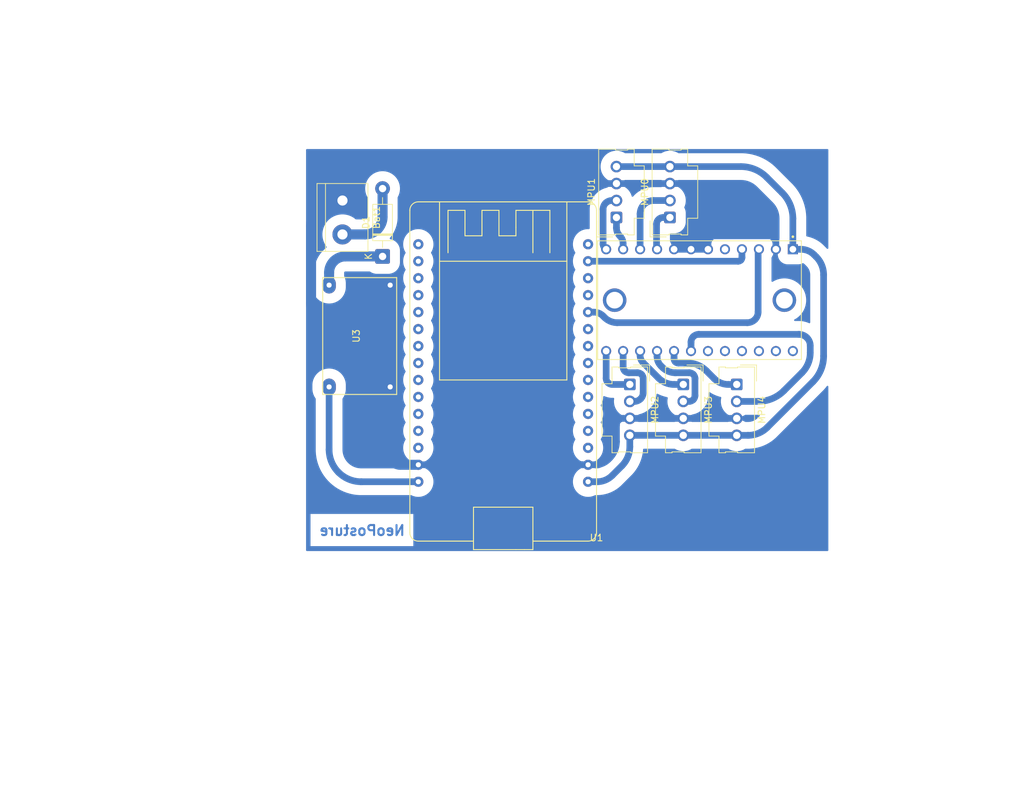
<source format=kicad_pcb>
(kicad_pcb (version 20241229) (generator "pcbnew") (generator_version "9.0")
  (layers (0 "F.Cu" signal) (2 "B.Cu" signal) (13 "F.Paste" user) (15 "B.Paste" user) (5 "F.SilkS" user "F.Silkscreen") (7 "B.SilkS" user "B.Silkscreen") (1 "F.Mask" user) (3 "B.Mask" user) (25 "Edge.Cuts" user))
  (net 0 "")
  (net 1 "GND")
  (net 2 "Net-(Bat1-Pin_2)")
  (net 3 "Net-(D1-K)")
  (net 4 "SDA0")
  (net 5 "+3.3V")
  (net 6 "SCL0")
  (net 7 "SDA1")
  (net 8 "SCL1")
  (net 9 "SCL2")
  (net 10 "SDA2")
  (net 11 "SCL3")
  (net 12 "SDA3")
  (net 13 "SDA4")
  (net 14 "SCL4")
  (net 19 "21_SDA")
  (net 22 "Vin")
  (net 23 "22_SCL")
  (footprint "TerminalBlock:TerminalBlock_bornier-2_P5.08mm" (layer "F.Cu") (at 81 53.46 -90)
    (property "Reference" "Bat1" (at 2.54 -5.08 90) (layer "F.SilkS"))
    (property "Value" "Screw_Terminal_01x02")
    (fp_line (start -2.54 3.81) (end 7.62 3.81) (stroke (width 0.12)) (layer "F.SilkS"))
    (fp_line (start 7.62 3.81) (end 7.62 -3.81) (stroke (width 0.12)) (layer "F.SilkS"))
    (fp_line (start 7.62 2.54) (end -2.54 2.54) (stroke (width 0.12)) (layer "F.SilkS"))
    (fp_line (start -2.54 -3.81) (end -2.54 3.81) (stroke (width 0.12)) (layer "F.SilkS"))
    (fp_line (start 7.62 -3.81) (end -2.54 -3.81) (stroke (width 0.12)) (layer "F.SilkS"))
    (pad "1" thru_hole rect (at 0 0 270) (size 3 3) (drill 1.52) (layers "*.Cu" "*.Mask") (net 1 "GND"))
    (pad "2" thru_hole circle (at 5.08 0 270) (size 3 3) (drill 1.52) (layers "*.Cu" "*.Mask") (net 2 "Net-(Bat1-Pin_2)"))
  )
  (footprint "Connector_Molex:Molex_SL_171971-0004_1x04_P2.54mm_Vertical" (layer "F.Cu") (at 122 56 90)
    (property "Reference" "MPU1" (at 3.81 -3.75 90) (layer "F.SilkS"))
    (property "Value" "Conn_01x04_Pin")
    (fp_line (start -2.91 -2.96) (end -0.5 -2.96) (stroke (width 0.12)) (layer "F.SilkS"))
    (fp_line (start 10.23 -2.66) (end -2.61 -2.66) (stroke (width 0.12)) (layer "F.SilkS"))
    (fp_line (start -2.61 -2.66) (end -2.61 -0.13) (stroke (width 0.12)) (layer "F.SilkS"))
    (fp_line (start -2.91 -0.55) (end -2.91 -2.96) (stroke (width 0.12)) (layer "F.SilkS"))
    (fp_line (start 10.23 -0.13) (end 10.23 -2.66) (stroke (width 0.12)) (layer "F.SilkS"))
    (fp_line (start 10.1 -0.13) (end 10.23 -0.13) (stroke (width 0.12)) (layer "F.SilkS"))
    (fp_line (start -2.48 -0.13) (end -2.48 1.68) (stroke (width 0.12)) (layer "F.SilkS"))
    (fp_line (start -2.61 -0.13) (end -2.48 -0.13) (stroke (width 0.12)) (layer "F.SilkS"))
    (fp_line (start 10.23 1.68) (end 10.1 1.68) (stroke (width 0.12)) (layer "F.SilkS"))
    (fp_line (start 10.1 1.68) (end 10.1 -0.13) (stroke (width 0.12)) (layer "F.SilkS"))
    (fp_line (start -2.48 1.68) (end -2.61 1.68) (stroke (width 0.12)) (layer "F.SilkS"))
    (fp_line (start -2.61 1.68) (end -2.61 2.66) (stroke (width 0.12)) (layer "F.SilkS"))
    (fp_line (start 10.23 2.66) (end 10.23 1.68) (stroke (width 0.12)) (layer "F.SilkS"))
    (fp_line (start 7.73 2.66) (end 10.23 2.66) (stroke (width 0.12)) (layer "F.SilkS"))
    (fp_line (start -0.11 2.66) (end -0.11 4.16) (stroke (width 0.12)) (layer "F.SilkS"))
    (fp_line (start -2.61 2.66) (end -0.11 2.66) (stroke (width 0.12)) (layer "F.SilkS"))
    (fp_line (start 7.73 4.16) (end 7.73 2.66) (stroke (width 0.12)) (layer "F.SilkS"))
    (fp_line (start -0.11 4.16) (end 7.73 4.16) (stroke (width 0.12)) (layer "F.SilkS"))
    (pad "1" thru_hole roundrect (at 0 0 90) (size 1.74 1.74) (drill 1.09) (layers "*.Cu" "*.Mask") (roundrect_rratio 0.143678) (net 7 "SDA1"))
    (pad "2" thru_hole circle (at 2.54 0 90) (size 1.74 1.74) (drill 1.09) (layers "*.Cu" "*.Mask") (net 8 "SCL1"))
    (pad "3" thru_hole circle (at 5.08 0 90) (size 1.74 1.74) (drill 1.09) (layers "*.Cu" "*.Mask") (net 1 "GND"))
    (pad "4" thru_hole circle (at 7.62 0 90) (size 1.74 1.74) (drill 1.09) (layers "*.Cu" "*.Mask") (net 5 "+3.3V"))
  )
  (footprint "Connector_Molex:Molex_SL_171971-0004_1x04_P2.54mm_Vertical" (layer "F.Cu") (at 132 81 -90)
    (property "Reference" "MPU3" (at 3.81 -3.75 90) (layer "F.SilkS"))
    (property "Value" "Conn_01x04_Pin")
    (fp_line (start -0.11 4.16) (end 7.73 4.16) (stroke (width 0.12)) (layer "F.SilkS"))
    (fp_line (start 7.73 4.16) (end 7.73 2.66) (stroke (width 0.12)) (layer "F.SilkS"))
    (fp_line (start -2.61 2.66) (end -0.11 2.66) (stroke (width 0.12)) (layer "F.SilkS"))
    (fp_line (start -0.11 2.66) (end -0.11 4.16) (stroke (width 0.12)) (layer "F.SilkS"))
    (fp_line (start 7.73 2.66) (end 10.23 2.66) (stroke (width 0.12)) (layer "F.SilkS"))
    (fp_line (start 10.23 2.66) (end 10.23 1.68) (stroke (width 0.12)) (layer "F.SilkS"))
    (fp_line (start -2.61 1.68) (end -2.61 2.66) (stroke (width 0.12)) (layer "F.SilkS"))
    (fp_line (start -2.48 1.68) (end -2.61 1.68) (stroke (width 0.12)) (layer "F.SilkS"))
    (fp_line (start 10.1 1.68) (end 10.1 -0.13) (stroke (width 0.12)) (layer "F.SilkS"))
    (fp_line (start 10.23 1.68) (end 10.1 1.68) (stroke (width 0.12)) (layer "F.SilkS"))
    (fp_line (start -2.61 -0.13) (end -2.48 -0.13) (stroke (width 0.12)) (layer "F.SilkS"))
    (fp_line (start -2.48 -0.13) (end -2.48 1.68) (stroke (width 0.12)) (layer "F.SilkS"))
    (fp_line (start 10.1 -0.13) (end 10.23 -0.13) (stroke (width 0.12)) (layer "F.SilkS"))
    (fp_line (start 10.23 -0.13) (end 10.23 -2.66) (stroke (width 0.12)) (layer "F.SilkS"))
    (fp_line (start -2.91 -0.55) (end -2.91 -2.96) (stroke (width 0.12)) (layer "F.SilkS"))
    (fp_line (start -2.61 -2.66) (end -2.61 -0.13) (stroke (width 0.12)) (layer "F.SilkS"))
    (fp_line (start 10.23 -2.66) (end -2.61 -2.66) (stroke (width 0.12)) (layer "F.SilkS"))
    (fp_line (start -2.91 -2.96) (end -0.5 -2.96) (stroke (width 0.12)) (layer "F.SilkS"))
    (pad "1" thru_hole roundrect (at 0 0 270) (size 1.74 1.74) (drill 1.09) (layers "*.Cu" "*.Mask") (roundrect_rratio 0.143678) (net 12 "SDA3"))
    (pad "2" thru_hole circle (at 2.54 0 270) (size 1.74 1.74) (drill 1.09) (layers "*.Cu" "*.Mask") (net 11 "SCL3"))
    (pad "3" thru_hole circle (at 5.08 0 270) (size 1.74 1.74) (drill 1.09) (layers "*.Cu" "*.Mask") (net 1 "GND"))
    (pad "4" thru_hole circle (at 7.62 0 270) (size 1.74 1.74) (drill 1.09) (layers "*.Cu" "*.Mask") (net 5 "+3.3V"))
  )
  (footprint "DOIT_ESP32:DOIT_ESP32_Devkit" (layer "F.Cu") (at 119.02 104.46 180)
    (property "Reference" "U1" (at 0 0.5 0) (layer "F.SilkS"))
    (property "Value" "ESP32-Devkit-V1")
    (fp_line (start 27.94 1.27) (end 27.94 49.53) (stroke (width 0.15)) (layer "F.SilkS"))
    (fp_line (start 23.495 41.91) (end 4.445 41.91) (stroke (width 0.15)) (layer "F.SilkS"))
    (fp_line (start 23.495 24.13) (end 23.495 50.8) (stroke (width 0.15)) (layer "F.SilkS"))
    (fp_line (start 22.225 49.53) (end 22.225 43.18) (stroke (width 0.15)) (layer "F.SilkS"))
    (fp_line (start 19.685 49.53) (end 22.225 49.53) (stroke (width 0.15)) (layer "F.SilkS"))
    (fp_line (start 19.685 48.26) (end 19.685 49.53) (stroke (width 0.15)) (layer "F.SilkS"))
    (fp_line (start 19.685 45.72) (end 19.685 48.26) (stroke (width 0.15)) (layer "F.SilkS"))
    (fp_line (start 18.415 5.08) (end 10.795 5.08) (stroke (width 0.15)) (layer "F.SilkS"))
    (fp_line (start 18.415 3.81) (end 18.415 5.08) (stroke (width 0.15)) (layer "F.SilkS"))
    (fp_line (start 18.415 3.81) (end 18.415 2.54) (stroke (width 0.15)) (layer "F.SilkS"))
    (fp_line (start 18.415 0) (end 26.67 0) (stroke (width 0.15)) (layer "F.SilkS"))
    (fp_line (start 18.415 -1.27) (end 18.415 2.54) (stroke (width 0.15)) (layer "F.SilkS"))
    (fp_line (start 17.145 49.53) (end 17.145 45.72) (stroke (width 0.15)) (layer "F.SilkS"))
    (fp_line (start 17.145 45.72) (end 19.685 45.72) (stroke (width 0.15)) (layer "F.SilkS"))
    (fp_line (start 14.605 49.53) (end 17.145 49.53) (stroke (width 0.15)) (layer "F.SilkS"))
    (fp_line (start 14.605 45.72) (end 14.605 49.53) (stroke (width 0.15)) (layer "F.SilkS"))
    (fp_line (start 12.065 49.53) (end 12.065 46.99) (stroke (width 0.15)) (layer "F.SilkS"))
    (fp_line (start 12.065 46.99) (end 12.065 45.72) (stroke (width 0.15)) (layer "F.SilkS"))
    (fp_line (start 12.065 45.72) (end 14.605 45.72) (stroke (width 0.15)) (layer "F.SilkS"))
    (fp_line (start 12.065 -1.27) (end 18.415 -1.27) (stroke (width 0.15)) (layer "F.SilkS"))
    (fp_line (start 12.065 -1.27) (end 10.795 -1.27) (stroke (width 0.15)) (layer "F.SilkS"))
    (fp_line (start 10.795 -1.27) (end 9.525 -1.27) (stroke (width 0.15)) (layer "F.SilkS"))
    (fp_line (start 9.525 49.53) (end 12.065 49.53) (stroke (width 0.15)) (layer "F.SilkS"))
    (fp_line (start 9.525 49.53) (end 9.525 43.18) (stroke (width 0.15)) (layer "F.SilkS"))
    (fp_line (start 9.525 5.08) (end 10.795 5.08) (stroke (width 0.15)) (layer "F.SilkS"))
    (fp_line (start 9.525 0) (end 1.27 0) (stroke (width 0.15)) (layer "F.SilkS"))
    (fp_line (start 9.525 -1.27) (end 9.525 5.08) (stroke (width 0.15)) (layer "F.SilkS"))
    (fp_line (start 6.985 49.53) (end 9.525 49.53) (stroke (width 0.15)) (layer "F.SilkS"))
    (fp_line (start 6.985 43.18) (end 6.985 49.53) (stroke (width 0.15)) (layer "F.SilkS"))
    (fp_line (start 4.445 50.8) (end 4.445 24.13) (stroke (width 0.15)) (layer "F.SilkS"))
    (fp_line (start 4.445 24.13) (end 23.495 24.13) (stroke (width 0.15)) (layer "F.SilkS"))
    (fp_line (start 1.27 50.8) (end 26.67 50.8) (stroke (width 0.15)) (layer "F.SilkS"))
    (fp_line (start 0 49.53) (end 0 1.27) (stroke (width 0.15)) (layer "F.SilkS"))
    (fp_arc (start 27.94 49.53) (mid 27.568026 50.428026) (end 26.67 50.8) (stroke (width 0.15)) (layer "F.SilkS"))
    (fp_arc (start 26.67 0) (mid 27.568026 0.371974) (end 27.94 1.27) (stroke (width 0.15)) (layer "F.SilkS"))
    (fp_arc (start 1.27 50.8) (mid 0.371974 50.428026) (end 0 49.53) (stroke (width 0.15)) (layer "F.SilkS"))
    (fp_arc (start 0 1.27) (mid 0.371974 0.371974) (end 1.27 0) (stroke (width 0.15)) (layer "F.SilkS"))
    (pad "1" thru_hole circle (at 26.67 8.89 180) (size 1.524 1.524) (drill 0.762) (layers "*.Cu" "*.Mask") (net 22 "Vin"))
    (pad "2" thru_hole circle (at 26.67 11.43 180) (size 1.524 1.524) (drill 0.762) (layers "*.Cu" "*.Mask") (net 1 "GND"))
    (pad "3" thru_hole circle (at 26.67 13.97 180) (size 1.524 1.524) (drill 0.762) (layers "*.Cu" "*.Mask"))
    (pad "4" thru_hole circle (at 26.67 16.51 180) (size 1.524 1.524) (drill 0.762) (layers "*.Cu" "*.Mask"))
    (pad "5" thru_hole circle (at 26.67 19.05 180) (size 1.524 1.524) (drill 0.762) (layers "*.Cu" "*.Mask"))
    (pad "6" thru_hole circle (at 26.67 21.59 180) (size 1.524 1.524) (drill 0.762) (layers "*.Cu" "*.Mask"))
    (pad "7" thru_hole circle (at 26.67 24.13 180) (size 1.524 1.524) (drill 0.762) (layers "*.Cu" "*.Mask"))
    (pad "8" thru_hole circle (at 26.67 26.67 180) (size 1.524 1.524) (drill 0.762) (layers "*.Cu" "*.Mask"))
    (pad "9" thru_hole circle (at 26.67 29.21 180) (size 1.524 1.524) (drill 0.762) (layers "*.Cu" "*.Mask"))
    (pad "10" thru_hole circle (at 26.67 31.75 180) (size 1.524 1.524) (drill 0.762) (layers "*.Cu" "*.Mask"))
    (pad "11" thru_hole circle (at 26.67 34.29 180) (size 1.524 1.524) (drill 0.762) (layers "*.Cu" "*.Mask"))
    (pad "12" thru_hole circle (at 26.67 36.83 180) (size 1.524 1.524) (drill 0.762) (layers "*.Cu" "*.Mask"))
    (pad "13" thru_hole circle (at 26.67 39.37 180) (size 1.524 1.524) (drill 0.762) (layers "*.Cu" "*.Mask"))
    (pad "14" thru_hole circle (at 26.67 41.91 180) (size 1.524 1.524) (drill 0.762) (layers "*.Cu" "*.Mask"))
    (pad "15" thru_hole circle (at 26.67 44.45 180) (size 1.524 1.524) (drill 0.762) (layers "*.Cu" "*.Mask"))
    (pad "16" thru_hole circle (at 1.27 44.45 180) (size 1.524 1.524) (drill 0.762) (layers "*.Cu" "*.Mask"))
    (pad "17" thru_hole circle (at 1.27 41.91 180) (size 1.524 1.524) (drill 0.762) (layers "*.Cu" "*.Mask") (net 23 "22_SCL"))
    (pad "18" thru_hole circle (at 1.27 39.37 180) (size 1.524 1.524) (drill 0.762) (layers "*.Cu" "*.Mask"))
    (pad "19" thru_hole circle (at 1.27 36.83 180) (size 1.524 1.524) (drill 0.762) (layers "*.Cu" "*.Mask"))
    (pad "20" thru_hole circle (at 1.27 34.29 180) (size 1.524 1.524) (drill 0.762) (layers "*.Cu" "*.Mask") (net 19 "21_SDA"))
    (pad "21" thru_hole circle (at 1.27 31.75 180) (size 1.524 1.524) (drill 0.762) (layers "*.Cu" "*.Mask"))
    (pad "22" thru_hole circle (at 1.27 29.21 180) (size 1.524 1.524) (drill 0.762) (layers "*.Cu" "*.Mask"))
    (pad "23" thru_hole circle (at 1.27 26.67 180) (size 1.524 1.524) (drill 0.762) (layers "*.Cu" "*.Mask"))
    (pad "24" thru_hole circle (at 1.27 24.13 180) (size 1.524 1.524) (drill 0.762) (layers "*.Cu" "*.Mask"))
    (pad "25" thru_hole circle (at 1.27 21.59 180) (size 1.524 1.524) (drill 0.762) (layers "*.Cu" "*.Mask"))
    (pad "26" thru_hole circle (at 1.27 19.05 180) (size 1.524 1.524) (drill 0.762) (layers "*.Cu" "*.Mask"))
    (pad "27" thru_hole circle (at 1.27 16.51 180) (size 1.524 1.524) (drill 0.762) (layers "*.Cu" "*.Mask"))
    (pad "28" thru_hole circle (at 1.27 13.97 180) (size 1.524 1.524) (drill 0.762) (layers "*.Cu" "*.Mask"))
    (pad "29" thru_hole circle (at 1.27 11.43 180) (size 1.524 1.524) (drill 0.762) (layers "*.Cu" "*.Mask") (net 1 "GND"))
    (pad "30" thru_hole circle (at 1.27 8.89 180) (size 1.524 1.524) (drill 0.762) (layers "*.Cu" "*.Mask") (net 5 "+3.3V"))
  )
  (footprint "Diode_THT:D_DO-41_SOD81_P10.16mm_Horizontal" (layer "F.Cu") (at 87 61.83 90)
    (property "Reference" "D1" (at 5.08 -2.47 90) (layer "F.SilkS"))
    (property "Value" "1N4007")
    (fp_line (start 3.38 -1.47) (end 3.38 1.47) (stroke (width 0.12)) (layer "F.SilkS"))
    (fp_line (start 3.26 -1.47) (end 3.26 1.47) (stroke (width 0.12)) (layer "F.SilkS"))
    (fp_line (start 3.14 -1.47) (end 3.14 1.47) (stroke (width 0.12)) (layer "F.SilkS"))
    (fp_line (start 8.82 0) (end 7.8 0) (stroke (width 0.12)) (layer "F.SilkS"))
    (fp_line (start 1.34 0) (end 2.36 0) (stroke (width 0.12)) (layer "F.SilkS"))
    (fp_rect (start 2.36 -1.47) (end 7.8 1.47) (stroke (width 0.12)) (fill no) (layer "F.SilkS"))
    (fp_text user "K" (at 0 -2.1 90) (layer "F.SilkS"))
    (pad "1" thru_hole roundrect (at 0 0 90) (size 2.2 2.2) (drill 1.1) (layers "*.Cu" "*.Mask") (roundrect_rratio 0.113636) (net 3 "Net-(D1-K)"))
    (pad "2" thru_hole circle (at 10.16 0 90) (size 2.2 2.2) (drill 1.1) (layers "*.Cu" "*.Mask") (net 2 "Net-(Bat1-Pin_2)"))
  )
  (footprint "2717:MODULE_2717" (layer "F.Cu") (at 134.43 68.38 -90)
    (property "Reference" "U2" (hide yes))
    (property "Value" "2717")
    (fp_line (start -8.89 15.24) (end -8.89 -15.24) (stroke (width 0.127)) (layer "F.SilkS"))
    (fp_line (start 8.89 15.24) (end -8.89 15.24) (stroke (width 0.127)) (layer "F.SilkS"))
    (fp_line (start -8.89 -15.24) (end 8.89 -15.24) (stroke (width 0.127)) (layer "F.SilkS"))
    (fp_line (start 8.89 -15.24) (end 8.89 15.24) (stroke (width 0.127)) (layer "F.SilkS"))
    (fp_circle (center -9.5 -13.97) (end -9.4 -13.97) (stroke (width 0.2)) (fill no) (layer "F.SilkS"))
    (pad "1" thru_hole rect (at -7.62 -13.97 270) (size 1.508 1.508) (drill 1) (layers "*.Cu" "*.Mask") (net 5 "+3.3V"))
    (pad "2" thru_hole circle (at -7.62 -11.43 270) (size 1.508 1.508) (drill 1) (layers "*.Cu" "*.Mask") (net 1 "GND"))
    (pad "3" thru_hole circle (at -7.62 -8.89 270) (size 1.508 1.508) (drill 1) (layers "*.Cu" "*.Mask") (net 19 "21_SDA"))
    (pad "4" thru_hole circle (at -7.62 -6.35 270) (size 1.508 1.508) (drill 1) (layers "*.Cu" "*.Mask") (net 23 "22_SCL"))
    (pad "5" thru_hole circle (at -7.62 -3.81 270) (size 1.508 1.508) (drill 1) (layers "*.Cu" "*.Mask"))
    (pad "6" thru_hole circle (at -7.62 -1.27 270) (size 1.508 1.508) (drill 1) (layers "*.Cu" "*.Mask") (net 1 "GND"))
    (pad "7" thru_hole circle (at -7.62 1.27 270) (size 1.508 1.508) (drill 1) (layers "*.Cu" "*.Mask") (net 1 "GND"))
    (pad "8" thru_hole circle (at -7.62 3.81 270) (size 1.508 1.508) (drill 1) (layers "*.Cu" "*.Mask") (net 1 "GND"))
    (pad "9" thru_hole circle (at -7.62 6.35 270) (size 1.508 1.508) (drill 1) (layers "*.Cu" "*.Mask") (net 4 "SDA0"))
    (pad "10" thru_hole circle (at -7.62 8.89 270) (size 1.508 1.508) (drill 1) (layers "*.Cu" "*.Mask") (net 6 "SCL0"))
    (pad "11" thru_hole circle (at -7.62 11.43 270) (size 1.508 1.508) (drill 1) (layers "*.Cu" "*.Mask") (net 7 "SDA1"))
    (pad "12" thru_hole circle (at -7.62 13.97 270) (size 1.508 1.508) (drill 1) (layers "*.Cu" "*.Mask") (net 8 "SCL1"))
    (pad "13" thru_hole circle (at 7.62 13.97 270) (size 1.508 1.508) (drill 1) (layers "*.Cu" "*.Mask") (net 10 "SDA2"))
    (pad "14" thru_hole circle (at 7.62 11.43 270) (size 1.508 1.508) (drill 1) (layers "*.Cu" "*.Mask") (net 9 "SCL2"))
    (pad "15" thru_hole circle (at 7.62 8.89 270) (size 1.508 1.508) (drill 1) (layers "*.Cu" "*.Mask") (net 12 "SDA3"))
    (pad "16" thru_hole circle (at 7.62 6.35 270) (size 1.508 1.508) (drill 1) (layers "*.Cu" "*.Mask") (net 11 "SCL3"))
    (pad "17" thru_hole circle (at 7.62 3.81 270) (size 1.508 1.508) (drill 1) (layers "*.Cu" "*.Mask") (net 13 "SDA4"))
    (pad "18" thru_hole circle (at 7.62 1.27 270) (size 1.508 1.508) (drill 1) (layers "*.Cu" "*.Mask") (net 14 "SCL4"))
    (pad "19" thru_hole circle (at 7.62 -1.27 270) (size 1.508 1.508) (drill 1) (layers "*.Cu" "*.Mask"))
    (pad "20" thru_hole circle (at 7.62 -3.81 270) (size 1.508 1.508) (drill 1) (layers "*.Cu" "*.Mask"))
    (pad "21" thru_hole circle (at 7.62 -6.35 270) (size 1.508 1.508) (drill 1) (layers "*.Cu" "*.Mask"))
    (pad "22" thru_hole circle (at 7.62 -8.89 270) (size 1.508 1.508) (drill 1) (layers "*.Cu" "*.Mask"))
    (pad "23" thru_hole circle (at 7.62 -11.43 270) (size 1.508 1.508) (drill 1) (layers "*.Cu" "*.Mask"))
    (pad "24" thru_hole circle (at 7.62 -13.97 270) (size 1.508 1.508) (drill 1) (layers "*.Cu" "*.Mask"))
    (pad "P1" thru_hole circle (at 0 -12.7 270) (size 3.516 3.516) (drill 2.5) (layers "*.Cu" "*.Mask"))
    (pad "P2" thru_hole circle (at 0 12.7 270) (size 3.516 3.516) (drill 2.5) (layers "*.Cu" "*.Mask"))
    (zone (net 0) (net_name "") (layer "B.Cu") (connect_pads (clearance 0)) (min_thickness 2.032)
      (keepout (tracks not_allowed) (vias not_allowed) (pads not_allowed) (copperpour not_allowed) (footprints allowed))
      (fill (thermal_gap 0.508) (thermal_bridge_width 0.508))
      (polygon (pts (xy 121.73 70.396) (xy 121.532397 70.386292) (xy 121.336698 70.357263) (xy 121.144786 70.309192) (xy 120.95851 70.242541) (xy 120.779664 70.157953) (xy 120.60997 70.056243) (xy 120.451063 69.938389) (xy 120.304473 69.805527) (xy 120.171611 69.658937) (xy 120.053757 69.50003) (xy 119.952047 69.330336) (xy 119.867459 69.15149) (xy 119.800808 68.965214) (xy 119.752737 68.773302) (xy 119.723708 68.577603) (xy 119.714 68.38) (xy 119.723708 68.182397) (xy 119.752737 67.986698) (xy 119.800808 67.794786) (xy 119.867459 67.60851) (xy 119.952047 67.429664) (xy 120.053757 67.25997) (xy 120.171611 67.101063) (xy 120.304473 66.954473) (xy 120.451063 66.821611) (xy 120.60997 66.703757) (xy 120.779664 66.602047) (xy 120.95851 66.517459) (xy 121.144786 66.450808) (xy 121.336698 66.402737) (xy 121.532397 66.373708) (xy 121.73 66.364) (xy 121.927603 66.373708) (xy 122.123302 66.402737) (xy 122.315214 66.450808) (xy 122.50149 66.517459) (xy 122.680336 66.602047) (xy 122.85003 66.703757) (xy 123.008937 66.821611) (xy 123.155527 66.954473) (xy 123.288389 67.101063) (xy 123.406243 67.25997) (xy 123.507953 67.429664) (xy 123.592541 67.60851) (xy 123.659192 67.794786) (xy 123.707263 67.986698) (xy 123.736292 68.182397) (xy 123.746 68.38) (xy 123.736292 68.577603) (xy 123.707263 68.773302) (xy 123.659192 68.965214) (xy 123.592541 69.15149) (xy 123.507953 69.330336) (xy 123.406243 69.50003) (xy 123.288389 69.658937) (xy 123.155527 69.805527) (xy 123.008937 69.938389) (xy 122.85003 70.056243) (xy 122.680336 70.157953) (xy 122.50149 70.242541) (xy 122.315214 70.309192) (xy 122.123302 70.357263) (xy 121.927603 70.386292)))
    )
    (zone (net 0) (net_name "") (layer "B.Cu") (connect_pads (clearance 0)) (min_thickness 2.032)
      (keepout (tracks not_allowed) (vias not_allowed) (pads not_allowed) (copperpour not_allowed) (footprints allowed))
      (fill (thermal_gap 0.508) (thermal_bridge_width 0.508))
      (polygon (pts (xy 147.13 70.396) (xy 146.932397 70.386292) (xy 146.736698 70.357263) (xy 146.544786 70.309192) (xy 146.35851 70.242541) (xy 146.179664 70.157953) (xy 146.00997 70.056243) (xy 145.851063 69.938389) (xy 145.704473 69.805527) (xy 145.571611 69.658937) (xy 145.453757 69.50003) (xy 145.352047 69.330336) (xy 145.267459 69.15149) (xy 145.200808 68.965214) (xy 145.152737 68.773302) (xy 145.123708 68.577603) (xy 145.114 68.38) (xy 145.123708 68.182397) (xy 145.152737 67.986698) (xy 145.200808 67.794786) (xy 145.267459 67.60851) (xy 145.352047 67.429664) (xy 145.453757 67.25997) (xy 145.571611 67.101063) (xy 145.704473 66.954473) (xy 145.851063 66.821611) (xy 146.00997 66.703757) (xy 146.179664 66.602047) (xy 146.35851 66.517459) (xy 146.544786 66.450808) (xy 146.736698 66.402737) (xy 146.932397 66.373708) (xy 147.13 66.364) (xy 147.327603 66.373708) (xy 147.523302 66.402737) (xy 147.715214 66.450808) (xy 147.90149 66.517459) (xy 148.080336 66.602047) (xy 148.25003 66.703757) (xy 148.408937 66.821611) (xy 148.555527 66.954473) (xy 148.688389 67.101063) (xy 148.806243 67.25997) (xy 148.907953 67.429664) (xy 148.992541 67.60851) (xy 149.059192 67.794786) (xy 149.107263 67.986698) (xy 149.136292 68.182397) (xy 149.146 68.38) (xy 149.136292 68.577603) (xy 149.107263 68.773302) (xy 149.059192 68.965214) (xy 148.992541 69.15149) (xy 148.907953 69.330336) (xy 148.806243 69.50003) (xy 148.688389 69.658937) (xy 148.555527 69.805527) (xy 148.408937 69.938389) (xy 148.25003 70.056243) (xy 148.080336 70.157953) (xy 147.90149 70.242541) (xy 147.715214 70.309192) (xy 147.523302 70.357263) (xy 147.327603 70.386292)))
    )
  )
  (footprint "Mini360_step-down:Mini360_step-down" (layer "F.Cu") (at 83.57 73.75 -90)
    (property "Reference" "U3" (at 0 0.5 90) (layer "F.SilkS"))
    (property "Value" "Mini360")
    (fp_line (start 8.75 5.53) (end -8.75 5.53) (stroke (width 0.15)) (layer "F.SilkS"))
    (fp_line (start 8.75 5.53) (end 8.75 -5.54) (stroke (width 0.15)) (layer "F.SilkS"))
    (fp_line (start -8.75 -5.54) (end -8.75 5.53) (stroke (width 0.15)) (layer "F.SilkS"))
    (fp_line (start -8.75 -5.54) (end 8.75 -5.54) (stroke (width 0.15)) (layer "F.SilkS"))
    (pad "1" thru_hole oval (at -7.62 -4.57 270) (size 2.5 2) (drill 0.762) (layers "*.Cu" "*.Mask") (net 1 "GND"))
    (pad "2" thru_hole oval (at -7.62 4.57 270) (size 2.5 2) (drill 0.762) (layers "*.Cu" "*.Mask") (net 3 "Net-(D1-K)"))
    (pad "3" thru_hole oval (at 7.62 -4.57 270) (size 2.5 2) (drill 0.762) (layers "*.Cu" "*.Mask") (net 1 "GND"))
    (pad "4" thru_hole oval (at 7.62 4.57 270) (size 2.5 2) (drill 0.762) (layers "*.Cu" "*.Mask") (net 22 "Vin"))
  )
  (footprint "Connector_Molex:Molex_SL_171971-0004_1x04_P2.54mm_Vertical" (layer "F.Cu") (at 124 81 -90)
    (property "Reference" "MPU2" (at 3.81 -3.75 90) (layer "F.SilkS"))
    (property "Value" "Conn_01x04_Pin")
    (fp_line (start -0.11 4.16) (end 7.73 4.16) (stroke (width 0.12)) (layer "F.SilkS"))
    (fp_line (start 7.73 4.16) (end 7.73 2.66) (stroke (width 0.12)) (layer "F.SilkS"))
    (fp_line (start -2.61 2.66) (end -0.11 2.66) (stroke (width 0.12)) (layer "F.SilkS"))
    (fp_line (start -0.11 2.66) (end -0.11 4.16) (stroke (width 0.12)) (layer "F.SilkS"))
    (fp_line (start 7.73 2.66) (end 10.23 2.66) (stroke (width 0.12)) (layer "F.SilkS"))
    (fp_line (start 10.23 2.66) (end 10.23 1.68) (stroke (width 0.12)) (layer "F.SilkS"))
    (fp_line (start -2.61 1.68) (end -2.61 2.66) (stroke (width 0.12)) (layer "F.SilkS"))
    (fp_line (start -2.48 1.68) (end -2.61 1.68) (stroke (width 0.12)) (layer "F.SilkS"))
    (fp_line (start 10.1 1.68) (end 10.1 -0.13) (stroke (width 0.12)) (layer "F.SilkS"))
    (fp_line (start 10.23 1.68) (end 10.1 1.68) (stroke (width 0.12)) (layer "F.SilkS"))
    (fp_line (start -2.61 -0.13) (end -2.48 -0.13) (stroke (width 0.12)) (layer "F.SilkS"))
    (fp_line (start -2.48 -0.13) (end -2.48 1.68) (stroke (width 0.12)) (layer "F.SilkS"))
    (fp_line (start 10.1 -0.13) (end 10.23 -0.13) (stroke (width 0.12)) (layer "F.SilkS"))
    (fp_line (start 10.23 -0.13) (end 10.23 -2.66) (stroke (width 0.12)) (layer "F.SilkS"))
    (fp_line (start -2.91 -0.55) (end -2.91 -2.96) (stroke (width 0.12)) (layer "F.SilkS"))
    (fp_line (start -2.61 -2.66) (end -2.61 -0.13) (stroke (width 0.12)) (layer "F.SilkS"))
    (fp_line (start 10.23 -2.66) (end -2.61 -2.66) (stroke (width 0.12)) (layer "F.SilkS"))
    (fp_line (start -2.91 -2.96) (end -0.5 -2.96) (stroke (width 0.12)) (layer "F.SilkS"))
    (pad "1" thru_hole roundrect (at 0 0 270) (size 1.74 1.74) (drill 1.09) (layers "*.Cu" "*.Mask") (roundrect_rratio 0.143678) (net 10 "SDA2"))
    (pad "2" thru_hole circle (at 2.54 0 270) (size 1.74 1.74) (drill 1.09) (layers "*.Cu" "*.Mask") (net 9 "SCL2"))
    (pad "3" thru_hole circle (at 5.08 0 270) (size 1.74 1.74) (drill 1.09) (layers "*.Cu" "*.Mask") (net 1 "GND"))
    (pad "4" thru_hole circle (at 7.62 0 270) (size 1.74 1.74) (drill 1.09) (layers "*.Cu" "*.Mask") (net 5 "+3.3V"))
  )
  (footprint "Connector_Molex:Molex_SL_171971-0004_1x04_P2.54mm_Vertical" (layer "F.Cu") (at 140 81 -90)
    (property "Reference" "MPU4" (at 3.81 -3.75 90) (layer "F.SilkS"))
    (property "Value" "Conn_01x04_Pin")
    (fp_line (start -0.11 4.16) (end 7.73 4.16) (stroke (width 0.12)) (layer "F.SilkS"))
    (fp_line (start 7.73 4.16) (end 7.73 2.66) (stroke (width 0.12)) (layer "F.SilkS"))
    (fp_line (start -2.61 2.66) (end -0.11 2.66) (stroke (width 0.12)) (layer "F.SilkS"))
    (fp_line (start -0.11 2.66) (end -0.11 4.16) (stroke (width 0.12)) (layer "F.SilkS"))
    (fp_line (start 7.73 2.66) (end 10.23 2.66) (stroke (width 0.12)) (layer "F.SilkS"))
    (fp_line (start 10.23 2.66) (end 10.23 1.68) (stroke (width 0.12)) (layer "F.SilkS"))
    (fp_line (start -2.61 1.68) (end -2.61 2.66) (stroke (width 0.12)) (layer "F.SilkS"))
    (fp_line (start -2.48 1.68) (end -2.61 1.68) (stroke (width 0.12)) (layer "F.SilkS"))
    (fp_line (start 10.1 1.68) (end 10.1 -0.13) (stroke (width 0.12)) (layer "F.SilkS"))
    (fp_line (start 10.23 1.68) (end 10.1 1.68) (stroke (width 0.12)) (layer "F.SilkS"))
    (fp_line (start -2.61 -0.13) (end -2.48 -0.13) (stroke (width 0.12)) (layer "F.SilkS"))
    (fp_line (start -2.48 -0.13) (end -2.48 1.68) (stroke (width 0.12)) (layer "F.SilkS"))
    (fp_line (start 10.1 -0.13) (end 10.23 -0.13) (stroke (width 0.12)) (layer "F.SilkS"))
    (fp_line (start 10.23 -0.13) (end 10.23 -2.66) (stroke (width 0.12)) (layer "F.SilkS"))
    (fp_line (start -2.91 -0.55) (end -2.91 -2.96) (stroke (width 0.12)) (layer "F.SilkS"))
    (fp_line (start -2.61 -2.66) (end -2.61 -0.13) (stroke (width 0.12)) (layer "F.SilkS"))
    (fp_line (start 10.23 -2.66) (end -2.61 -2.66) (stroke (width 0.12)) (layer "F.SilkS"))
    (fp_line (start -2.91 -2.96) (end -0.5 -2.96) (stroke (width 0.12)) (layer "F.SilkS"))
    (pad "1" thru_hole roundrect (at 0 0 270) (size 1.74 1.74) (drill 1.09) (layers "*.Cu" "*.Mask") (roundrect_rratio 0.143678) (net 13 "SDA4"))
    (pad "2" thru_hole circle (at 2.54 0 270) (size 1.74 1.74) (drill 1.09) (layers "*.Cu" "*.Mask") (net 14 "SCL4"))
    (pad "3" thru_hole circle (at 5.08 0 270) (size 1.74 1.74) (drill 1.09) (layers "*.Cu" "*.Mask") (net 1 "GND"))
    (pad "4" thru_hole circle (at 7.62 0 270) (size 1.74 1.74) (drill 1.09) (layers "*.Cu" "*.Mask") (net 5 "+3.3V"))
  )
  (footprint "Connector_Molex:Molex_SL_171971-0004_1x04_P2.54mm_Vertical" (layer "F.Cu") (at 130 56 90)
    (property "Reference" "MPU0" (at 3.81 -3.75 90) (layer "F.SilkS"))
    (property "Value" "Conn_01x04_Pin")
    (fp_line (start -2.91 -2.96) (end -0.5 -2.96) (stroke (width 0.12)) (layer "F.SilkS"))
    (fp_line (start 10.23 -2.66) (end -2.61 -2.66) (stroke (width 0.12)) (layer "F.SilkS"))
    (fp_line (start -2.61 -2.66) (end -2.61 -0.13) (stroke (width 0.12)) (layer "F.SilkS"))
    (fp_line (start -2.91 -0.55) (end -2.91 -2.96) (stroke (width 0.12)) (layer "F.SilkS"))
    (fp_line (start 10.23 -0.13) (end 10.23 -2.66) (stroke (width 0.12)) (layer "F.SilkS"))
    (fp_line (start 10.1 -0.13) (end 10.23 -0.13) (stroke (width 0.12)) (layer "F.SilkS"))
    (fp_line (start -2.48 -0.13) (end -2.48 1.68) (stroke (width 0.12)) (layer "F.SilkS"))
    (fp_line (start -2.61 -0.13) (end -2.48 -0.13) (stroke (width 0.12)) (layer "F.SilkS"))
    (fp_line (start 10.23 1.68) (end 10.1 1.68) (stroke (width 0.12)) (layer "F.SilkS"))
    (fp_line (start 10.1 1.68) (end 10.1 -0.13) (stroke (width 0.12)) (layer "F.SilkS"))
    (fp_line (start -2.48 1.68) (end -2.61 1.68) (stroke (width 0.12)) (layer "F.SilkS"))
    (fp_line (start -2.61 1.68) (end -2.61 2.66) (stroke (width 0.12)) (layer "F.SilkS"))
    (fp_line (start 10.23 2.66) (end 10.23 1.68) (stroke (width 0.12)) (layer "F.SilkS"))
    (fp_line (start 7.73 2.66) (end 10.23 2.66) (stroke (width 0.12)) (layer "F.SilkS"))
    (fp_line (start -0.11 2.66) (end -0.11 4.16) (stroke (width 0.12)) (layer "F.SilkS"))
    (fp_line (start -2.61 2.66) (end -0.11 2.66) (stroke (width 0.12)) (layer "F.SilkS"))
    (fp_line (start 7.73 4.16) (end 7.73 2.66) (stroke (width 0.12)) (layer "F.SilkS"))
    (fp_line (start -0.11 4.16) (end 7.73 4.16) (stroke (width 0.12)) (layer "F.SilkS"))
    (pad "1" thru_hole roundrect (at 0 0 90) (size 1.74 1.74) (drill 1.09) (layers "*.Cu" "*.Mask") (roundrect_rratio 0.143678) (net 4 "SDA0"))
    (pad "2" thru_hole circle (at 2.54 0 90) (size 1.74 1.74) (drill 1.09) (layers "*.Cu" "*.Mask") (net 6 "SCL0"))
    (pad "3" thru_hole circle (at 5.08 0 90) (size 1.74 1.74) (drill 1.09) (layers "*.Cu" "*.Mask") (net 1 "GND"))
    (pad "4" thru_hole circle (at 7.62 0 90) (size 1.74 1.74) (drill 1.09) (layers "*.Cu" "*.Mask") (net 5 "+3.3V"))
  )
  (gr_text "NeoPosture" (at 90.5 103.75 0) (layer "B.Cu") (effects (font (size 1.5 1.5) (thickness 0.3) (bold yes)) (justify left bottom mirror)))
  (segment (start 124 86.08) (end 140 86.08) (width 1) (layer "B.Cu") (net 1))
  (segment (start 133.16 53.036812) (end 133.16 60.76) (width 1) (layer "B.Cu") (net 1))
  (segment (start 76.301 57.282212) (end 76.301 68.849625) (width 1.5) (layer "B.Cu") (net 1))
  (segment (start 116.484023 52.360794) (end 112.593792 56.251025) (width 1) (layer "B.Cu") (net 1))
  (segment (start 111 60.098781) (end 111 91.030001) (width 1) (layer "B.Cu") (net 1))
  (segment (start 92.35 93.03) (end 115.17 93.03) (width 1) (layer "B.Cu") (net 1))
  (segment (start 135.7 60.76) (end 130.62 60.76) (width 1) (layer "B.Cu") (net 1))
  (segment (start 123 86.08) (end 124 86.08) (width 1) (layer "B.Cu") (net 1))
  (segment (start 130 50.92) (end 131.043187 50.92) (width 1) (layer "B.Cu") (net 1))
  (segment (start 135.7 60.76) (end 135.7 59.262132) (width 1) (layer "B.Cu") (net 1))
  (segment (start 120.754888 92.245111) (end 120.985 92.015) (width 1) (layer "B.Cu") (net 1))
  (segment (start 77.670258 54.329741) (end 77.4205 54.5795) (width 1.5) (layer "B.Cu") (net 1))
  (segment (start 92.35 93.03) (end 89.659325 93.03) (width 1.5) (layer "B.Cu") (net 1))
  (segment (start 79.201374 71.75) (end 87.593725 71.75) (width 1.5) (layer "B.Cu") (net 1))
  (segment (start 88.14 71.203725) (end 88.14 66.13) (width 1.5) (layer "B.Cu") (net 1))
  (segment (start 79.77 53.46) (end 81 53.46) (width 1.5) (layer "B.Cu") (net 1))
  (segment (start 122 50.92) (end 130 50.92) (width 1) (layer "B.Cu") (net 1))
  (segment (start 117.75 93.03) (end 116.89 93.03) (width 1) (layer "B.Cu") (net 1))
  (segment (start 145.86 59.364558) (end 145.86 60.76) (width 1) (layer "B.Cu") (net 1))
  (segment (start 88.14 91.510674) (end 88.14 81.37) (width 1.5) (layer "B.Cu") (net 1))
  (segment (start 116.89 93.03) (end 115.17 93.03) (width 1) (layer "B.Cu") (net 1))
  (segment (start 88.14 81.37) (end 88.14 72.296274) (width 1.5) (layer "B.Cu") (net 1))
  (segment (start 112.999998 93.03) (end 115.17 93.03) (width 1) (layer "B.Cu") (net 1))
  (segment (start 118.86 93.03) (end 117.75 93.03) (width 1) (layer "B.Cu") (net 1))
  (segment (start 145.245441 58.75) (end 136.212132 58.75) (width 1) (layer "B.Cu") (net 1))
  (segment (start 119.962409 50.92) (end 122 50.92) (width 1) (layer "B.Cu") (net 1))
  (segment (start 115.17 93.03) (end 116.89 93.03) (width 1) (layer "B.Cu") (net 1))
  (segment (start 122 87.08) (end 122 89.564573) (width 1) (layer "B.Cu") (net 1))
  (arc (start 76.301 68.849625) (mid 76.521777 69.95955) (end 77.1505 70.9005) (width 1.5) (layer "B.Cu") (net 1))
  (arc (start 135.85 58.9) (mid 135.738983 59.066147) (end 135.7 59.262132) (width 1) (layer "B.Cu") (net 1))
  (arc (start 112.593792 56.251025) (mid 111.414213 58.01639) (end 111 60.098781) (width 1) (layer "B.Cu") (net 1))
  (arc (start 145.68 58.93) (mid 145.813219 59.129376) (end 145.86 59.364558) (width 1) (layer "B.Cu") (net 1))
  (arc (start 87.98 71.59) (mid 87.913725 71.75) (end 87.98 71.91) (width 1.5) (layer "B.Cu") (net 1))
  (arc (start 111 91.030001) (mid 111.585785 92.444213) (end 112.999998 93.03) (width 1) (layer "B.Cu") (net 1))
  (arc (start 77.4205 54.5795) (mid 76.591948 55.819514) (end 76.301 57.282212) (width 1.5) (layer "B.Cu") (net 1))
  (arc (start 87.98 71.91) (mid 87.802775 71.791582) (end 87.593725 71.75) (width 1.5) (layer "B.Cu") (net 1))
  (arc (start 123 86.08) (mid 122.292893 86.372893) (end 122 87.08) (width 1) (layer "B.Cu") (net 1))
  (arc (start 119.962409 50.92) (mid 118.07992 51.29445) (end 116.484023 52.360794) (width 1) (layer "B.Cu") (net 1))
  (arc (start 79.77 53.46) (mid 78.633628 53.686038) (end 77.670258 54.329741) (width 1.5) (layer "B.Cu") (net 1))
  (arc (start 87.98 71.91) (mid 88.098417 72.087224) (end 88.14 72.296274) (width 1.5) (layer "B.Cu") (net 1))
  (arc (start 77.1505 70.9005) (mid 78.091449 71.529222) (end 79.201374 71.75) (width 1.5) (layer "B.Cu") (net 1))
  (arc (start 132.54 51.54) (mid 131.853256 51.081132) (end 131.043187 50.92) (width 1) (layer "B.Cu") (net 1))
  (arc (start 122 89.564573) (mid 121.73621 90.890734) (end 120.985 92.015) (width 1) (layer "B.Cu") (net 1))
  (arc (start 87.593725 71.75) (mid 87.802775 71.708417) (end 87.98 71.59) (width 1.5) (layer "B.Cu") (net 1))
  (arc (start 145.68 58.93) (mid 145.480622 58.79678) (end 145.245441 58.75) (width 1) (layer "B.Cu") (net 1))
  (arc (start 136.212132 58.75) (mid 136.016147 58.788983) (end 135.85 58.9) (width 1) (layer "B.Cu") (net 1))
  (arc (start 88.14 71.203725) (mid 88.098417 71.412775) (end 87.98 71.59) (width 1.5) (layer "B.Cu") (net 1))
  (arc (start 132.54 51.54) (mid 132.998867 52.226743) (end 133.16 53.036812) (width 1) (layer "B.Cu") (net 1))
  (arc (start 88.585 92.585) (mid 89.077904 92.914348) (end 89.659325 93.03) (width 1.5) (layer "B.Cu") (net 1))
  (arc (start 120.754888 92.245111) (mid 119.885506 92.826013) (end 118.86 93.03) (width 1) (layer "B.Cu") (net 1))
  (arc (start 115.17 93.03) (mid 115.17 93.03) (end 115.17 93.03) (width 1) (layer "B.Cu") (net 1))
  (arc (start 88.14 91.510674) (mid 88.255651 92.092095) (end 88.585 92.585) (width 1.5) (layer "B.Cu") (net 1))
  (segment (start 84.371055 58.54) (end 81 58.54) (width 1.5) (layer "B.Cu") (net 2))
  (segment (start 87 55.911055) (end 87 51.67) (width 1.5) (layer "B.Cu") (net 2))
  (arc (start 87 55.911055) (mid 86.799883 56.917108) (end 86.23 57.77) (width 1.5) (layer "B.Cu") (net 2))
  (arc (start 86.23 57.77) (mid 85.377108 58.339883) (end 84.371055 58.54) (width 1.5) (layer "B.Cu") (net 2))
  (segment (start 78.675 66.125) (end 78.67 66.12) (width 1) (layer "B.Cu") (net 3))
  (segment (start 81.424091 61.83) (end 87 61.83) (width 1.5) (layer "B.Cu") (net 3))
  (segment (start 78.687071 66.13) (end 78.84 66.13) (width 1) (layer "B.Cu") (net 3))
  (segment (start 79 65.97) (end 79 64.254091) (width 1.5) (layer "B.Cu") (net 3))
  (arc (start 79.71 62.54) (mid 79.184522 63.326431) (end 79 64.254091) (width 1.5) (layer "B.Cu") (net 3))
  (arc (start 78.675 66.125) (mid 78.680538 66.1287) (end 78.687071 66.13) (width 1) (layer "B.Cu") (net 3))
  (arc (start 79 65.97) (mid 78.953137 66.083137) (end 78.84 66.13) (width 1.5) (layer "B.Cu") (net 3))
  (arc (start 81.424091 61.83) (mid 80.496431 62.014522) (end 79.71 62.54) (width 1.5) (layer "B.Cu") (net 3))
  (segment (start 128 60.623431) (end 128 57) (width 1) (layer "B.Cu") (net 4))
  (segment (start 129 56) (end 130 56) (width 1) (layer "B.Cu") (net 4))
  (segment (start 128.04 60.72) (end 128.08 60.76) (width 1) (layer "B.Cu") (net 4))
  (arc (start 129 56) (mid 128.292893 56.292893) (end 128 57) (width 1) (layer "B.Cu") (net 4))
  (arc (start 128 60.623431) (mid 128.010395 60.675693) (end 128.04 60.72) (width 1) (layer "B.Cu") (net 4))
  (segment (start 151.88 61.88) (end 151.594386 61.594386) (width 1) (layer "B.Cu") (net 5))
  (segment (start 148.4 56.153963) (end 148.4 60.76) (width 1) (layer "B.Cu") (net 5))
  (segment (start 153 76.746036) (end 153 64.583919) (width 1) (layer "B.Cu") (net 5))
  (segment (start 121.377522 94.622476) (end 122.804989 93.19501) (width 1) (layer "B.Cu") (net 5))
  (segment (start 151.406207 80.593792) (end 144.57501 87.424989) (width 1) (layer "B.Cu") (net 5))
  (segment (start 148.4 60.76) (end 149.58 60.76) (width 1) (layer "B.Cu") (net 5))
  (segment (start 124 88.62) (end 140 88.62) (width 1) (layer "B.Cu") (net 5))
  (segment (start 144.473792 49.973792) (end 146.806207 52.306207) (width 1) (layer "B.Cu") (net 5))
  (segment (start 119.09 95.57) (end 117.75 95.57) (width 1) (layer "B.Cu") (net 5))
  (segment (start 124 88.62) (end 124 90.31) (width 1) (layer "B.Cu") (net 5))
  (segment (start 140.626036 48.38) (end 130 48.38) (width 1) (layer "B.Cu") (net 5))
  (segment (start 130 48.38) (end 122 48.38) (width 1) (layer "B.Cu") (net 5))
  (segment (start 141.69 88.62) (end 140 88.62) (width 1) (layer "B.Cu") (net 5))
  (arc (start 151.88 61.88) (mid 152.708921 63.120568) (end 153 64.583919) (width 1) (layer "B.Cu") (net 5))
  (arc (start 146.806207 52.306207) (mid 147.985786 54.071572) (end 148.4 56.153963) (width 1) (layer "B.Cu") (net 5))
  (arc (start 144.57501 87.424989) (mid 143.251356 88.309426) (end 141.69 88.62) (width 1) (layer "B.Cu") (net 5))
  (arc (start 144.473792 49.973792) (mid 142.708426 48.794213) (end 140.626036 48.38) (width 1) (layer "B.Cu") (net 5))
  (arc (start 124 90.31) (mid 123.689426 91.871356) (end 122.804989 93.19501) (width 1) (layer "B.Cu") (net 5))
  (arc (start 151.594386 61.594386) (mid 150.670177 60.976849) (end 149.58 60.76) (width 1) (layer "B.Cu") (net 5))
  (arc (start 121.377522 94.622476) (mid 120.327998 95.323746) (end 119.09 95.57) (width 1) (layer "B.Cu") (net 5))
  (arc (start 153 76.746036) (mid 152.585786 78.828426) (end 151.406207 80.593792) (width 1) (layer "B.Cu") (net 5))
  (segment (start 127.539998 53.46) (end 130 53.46) (width 1) (layer "B.Cu") (net 6))
  (segment (start 125.54 55.459998) (end 125.54 60.76) (width 1) (layer "B.Cu") (net 6))
  (arc (start 127.539998 53.46) (mid 126.125785 54.045785) (end 125.54 55.459998) (width 1) (layer "B.Cu") (net 6))
  (segment (start 123 59.957106) (end 123 60.76) (width 1) (layer "B.Cu") (net 7))
  (segment (start 122 57.542893) (end 122 56) (width 1) (layer "B.Cu") (net 7))
  (arc (start 122 57.542893) (mid 122.129945 58.196174) (end 122.5 58.75) (width 1) (layer "B.Cu") (net 7))
  (arc (start 122.5 58.75) (mid 122.870054 59.303825) (end 123 59.957106) (width 1) (layer "B.Cu") (net 7))
  (segment (start 120 54.773849) (end 120 59.97473) (width 1) (layer "B.Cu") (net 8))
  (segment (start 121.313849 53.46) (end 122 53.46) (width 1) (layer "B.Cu") (net 8))
  (segment (start 120.23 60.53) (end 120.46 60.76) (width 1) (layer "B.Cu") (net 8))
  (arc (start 121.313849 53.46) (mid 120.81106 53.56001) (end 120.384817 53.844817) (width 1) (layer "B.Cu") (net 8))
  (arc (start 120.384817 53.844817) (mid 120.10001 54.27106) (end 120 54.773849) (width 1) (layer "B.Cu") (net 8))
  (arc (start 120 59.97473) (mid 120.059775 60.27524) (end 120.23 60.53) (width 1) (layer "B.Cu") (net 8))
  (segment (start 123.853553 79.25) (end 125.146446 79.25) (width 1) (layer "B.Cu") (net 9))
  (segment (start 123 78.396446) (end 123 76) (width 1) (layer "B.Cu") (net 9))
  (segment (start 126 80.103553) (end 126 82.22615) (width 1) (layer "B.Cu") (net 9))
  (segment (start 124.68615 83.54) (end 124 83.54) (width 1) (layer "B.Cu") (net 9))
  (arc (start 125.75 79.5) (mid 125.473087 79.314972) (end 125.146446 79.25) (width 1) (layer "B.Cu") (net 9))
  (arc (start 125.75 79.5) (mid 125.935027 79.776912) (end 126 80.103553) (width 1) (layer "B.Cu") (net 9))
  (arc (start 125.615182 83.155182) (mid 125.188938 83.439989) (end 124.68615 83.54) (width 1) (layer "B.Cu") (net 9))
  (arc (start 123 78.396446) (mid 123.064972 78.723087) (end 123.25 79) (width 1) (layer "B.Cu") (net 9))
  (arc (start 126 82.22615) (mid 125.899989 82.728938) (end 125.615182 83.155182) (width 1) (layer "B.Cu") (net 9))
  (arc (start 123.25 79) (mid 123.526912 79.185027) (end 123.853553 79.25) (width 1) (layer "B.Cu") (net 9))
  (segment (start 120.46 80.078162) (end 120.46 76) (width 1) (layer "B.Cu") (net 10))
  (segment (start 121.381837 81) (end 124 81) (width 1) (layer "B.Cu") (net 10))
  (arc (start 120.73 80.73) (mid 121.029065 80.929829) (end 121.381837 81) (width 1) (layer "B.Cu") (net 10))
  (arc (start 120.46 80.078162) (mid 120.53017 80.430934) (end 120.73 80.73) (width 1) (layer "B.Cu") (net 10))
  (segment (start 133.75 80.103553) (end 133.75 82.652927) (width 1) (layer "B.Cu") (net 11))
  (segment (start 128.08 76.82125) (end 128.08 76) (width 1) (layer "B.Cu") (net 11))
  (segment (start 132.896446 79.25) (end 130.824174 79.25) (width 1) (layer "B.Cu") (net 11))
  (segment (start 132.862927 83.54) (end 132 83.54) (width 1) (layer "B.Cu") (net 11))
  (segment (start 128.660711 78.223211) (end 128.88375 78.44625) (width 1) (layer "B.Cu") (net 11))
  (arc (start 128.08 76.82125) (mid 128.230921 77.579985) (end 128.660711 78.223211) (width 1) (layer "B.Cu") (net 11))
  (arc (start 133.5 79.5) (mid 133.685027 79.776912) (end 133.75 80.103553) (width 1) (layer "B.Cu") (net 11))
  (arc (start 133.5 79.5) (mid 133.223087 79.314972) (end 132.896446 79.25) (width 1) (layer "B.Cu") (net 11))
  (arc (start 133.75 82.652927) (mid 133.682475 82.992395) (end 133.490182 83.280182) (width 1) (layer "B.Cu") (net 11))
  (arc (start 133.490182 83.280182) (mid 133.202395 83.472475) (end 132.862927 83.54) (width 1) (layer "B.Cu") (net 11))
  (arc (start 128.88375 78.44625) (mid 129.774024 79.041112) (end 130.824174 79.25) (width 1) (layer "B.Cu") (net 11))
  (segment (start 125.996083 77.746083) (end 128.277728 80.027728) (width 1) (layer "B.Cu") (net 12))
  (segment (start 125.54 76.645) (end 125.54 76) (width 1) (layer "B.Cu") (net 12))
  (segment (start 130.625 81) (end 132 81) (width 1) (layer "B.Cu") (net 12))
  (arc (start 125.54 76.645) (mid 125.658532 77.240902) (end 125.996083 77.746083) (width 1) (layer "B.Cu") (net 12))
  (arc (start 128.277728 80.027728) (mid 129.354665 80.747314) (end 130.625 81) (width 1) (layer "B.Cu") (net 12))
  (segment (start 135.465372 78.965372) (end 136.616116 80.116116) (width 1) (layer "B.Cu") (net 13))
  (segment (start 138.75 81) (end 140 81) (width 1) (layer "B.Cu") (net 13))
  (segment (start 130.62 77.150299) (end 130.62 76) (width 1) (layer "B.Cu") (net 13))
  (segment (start 132.6495 77.799) (end 131.2687 77.799) (width 1) (layer "B.Cu") (net 13))
  (arc (start 130.62 77.150299) (mid 130.669379 77.398546) (end 130.81 77.609) (width 1) (layer "B.Cu") (net 13))
  (arc (start 130.81 77.609) (mid 131.020453 77.74962) (end 131.2687 77.799) (width 1) (layer "B.Cu") (net 13))
  (arc (start 136.616116 80.116116) (mid 137.59515 80.770286) (end 138.75 81) (width 1) (layer "B.Cu") (net 13))
  (arc (start 135.465372 78.965372) (mid 134.173439 78.10213) (end 132.6495 77.799) (width 1) (layer "B.Cu") (net 13))
  (segment (start 143.206036 83.54) (end 140 83.54) (width 1) (layer "B.Cu") (net 14))
  (segment (start 151 76.25) (end 151 75.207106) (width 1) (layer "B.Cu") (net 14))
  (segment (start 134.320832 73.5) (end 149.292893 73.5) (width 1) (layer "B.Cu") (net 14))
  (segment (start 133.16 74.660832) (end 133.16 76) (width 1) (layer "B.Cu") (net 14))
  (segment (start 149.762562 79.237436) (end 147.053792 81.946207) (width 1) (layer "B.Cu") (net 14))
  (arc (start 133.5 73.84) (mid 133.248363 74.216601) (end 133.16 74.660832) (width 1) (layer "B.Cu") (net 14))
  (arc (start 147.053792 81.946207) (mid 145.288426 83.125786) (end 143.206036 83.54) (width 1) (layer "B.Cu") (net 14))
  (arc (start 150.5 74) (mid 149.946174 73.629945) (end 149.292893 73.5) (width 1) (layer "B.Cu") (net 14))
  (arc (start 150.5 74) (mid 150.870054 74.553825) (end 151 75.207106) (width 1) (layer "B.Cu") (net 14))
  (arc (start 134.320832 73.5) (mid 133.876601 73.588363) (end 133.5 73.84) (width 1) (layer "B.Cu") (net 14))
  (arc (start 151 76.25) (mid 150.6784 77.866788) (end 149.762562 79.237436) (width 1) (layer "B.Cu") (net 14))
  (segment (start 141.577541 71.75) (end 122.117228 71.75) (width 1) (layer "B.Cu") (net 19))
  (segment (start 143.2605 60.76) (end 143.32 60.76) (width 1) (layer "B.Cu") (net 19))
  (segment (start 120.010434 70.760434) (end 120.21 70.96) (width 1) (layer "B.Cu") (net 19))
  (segment (start 143.201 60.8195) (end 143.201 70.126541) (width 1) (layer "B.Cu") (net 19))
  (segment (start 118.585 70.17) (end 117.75 70.17) (width 1) (layer "B.Cu") (net 19))
  (arc (start 143.2605 60.76) (mid 143.218427 60.777427) (end 143.201 60.8195) (width 1) (layer "B.Cu") (net 19))
  (arc (start 143.201 70.126541) (mid 143.077421 70.747812) (end 142.7255 71.2745) (width 1) (layer "B.Cu") (net 19))
  (arc (start 142.7255 71.2745) (mid 142.198812 71.626421) (end 141.577541 71.75) (width 1) (layer "B.Cu") (net 19))
  (arc (start 120.010434 70.760434) (mid 119.356439 70.323448) (end 118.585 70.17) (width 1) (layer "B.Cu") (net 19))
  (arc (start 120.21 70.96) (mid 121.085043 71.544685) (end 122.117228 71.75) (width 1) (layer "B.Cu") (net 19))
  (segment (start 83.814041 95.57) (end 92.35 95.57) (width 1) (layer "B.Cu") (net 22))
  (segment (start 79 90.755958) (end 79 81.37) (width 1) (layer "B.Cu") (net 22))
  (arc (start 79 90.755958) (mid 79.366447 92.598212) (end 80.41 94.16) (width 1) (layer "B.Cu") (net 22))
  (arc (start 80.41 94.16) (mid 81.971787 95.203552) (end 83.814041 95.57) (width 1) (layer "B.Cu") (net 22))
  (segment (start 140.216654 62.55) (end 117.75 62.55) (width 1) (layer "B.Cu") (net 23))
  (segment (start 140.78 61.986654) (end 140.78 60.76) (width 1) (layer "B.Cu") (net 23))
  (arc (start 140.615 62.385) (mid 140.432237 62.507117) (end 140.216654 62.55) (width 1) (layer "B.Cu") (net 23))
  (arc (start 140.78 61.986654) (mid 140.737117 62.202237) (end 140.615 62.385) (width 1) (layer "B.Cu") (net 23))
  (zone (net 1) (net_name "GND") (layer "B.Cu") (name "Test") (connect_pads yes (clearance 1.5)) (min_thickness 0.25) (fill yes (thermal_gap 0.5) (thermal_bridge_width 0.5))
    (polygon (pts (xy 29.75 25) (xy 181.958902 23.433773) (xy 183 144.25) (xy 29.958902 143.933773)))
  )
)
</source>
